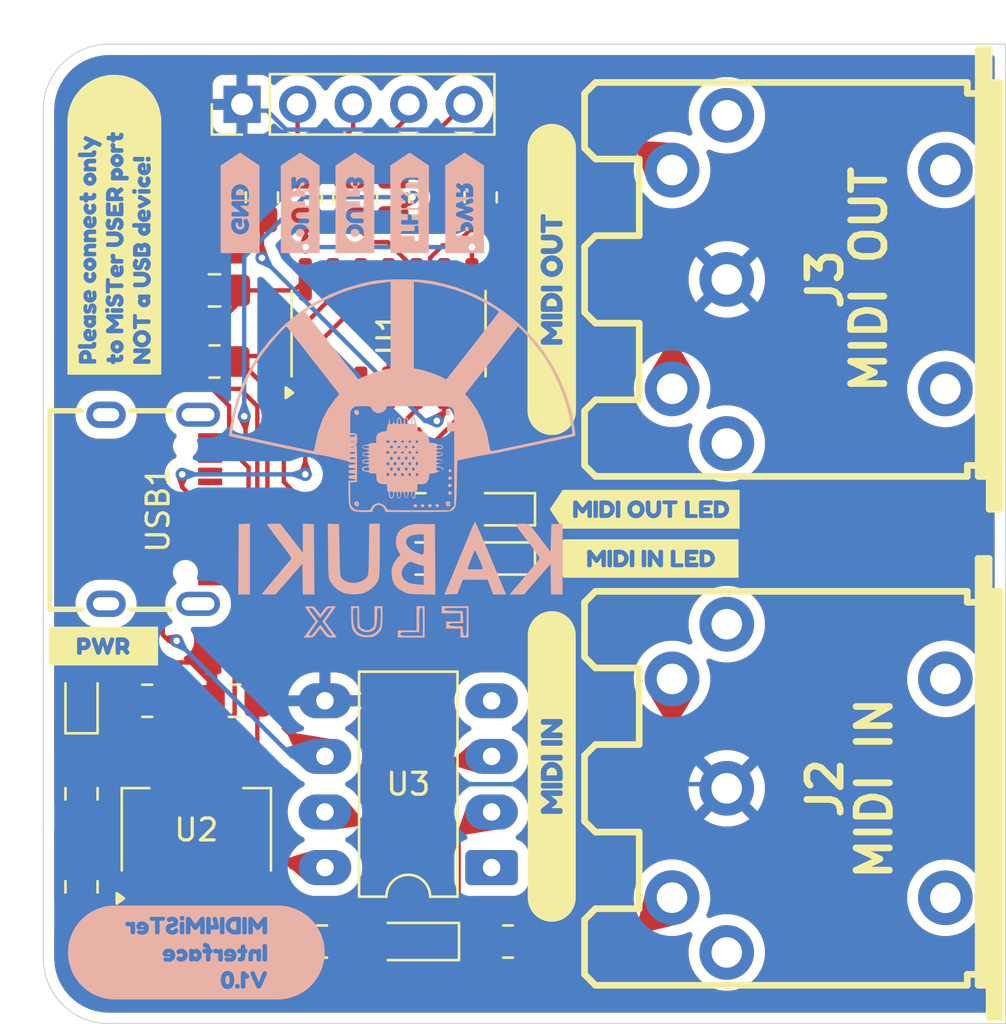
<source format=kicad_pcb>
(kicad_pcb (version 20241229) (generator "pcbnew") (generator_version "9.0")
  (layers (0 "F.Cu" signal) (2 "B.Cu" signal) (13 "F.Paste" user) (15 "B.Paste" user) (5 "F.SilkS" user "F.Silkscreen") (7 "B.SilkS" user "B.Silkscreen") (1 "F.Mask" user) (3 "B.Mask" user) (25 "Edge.Cuts" user))
  (net 0 "")
  (net 1 "/+5V")
  (net 2 "/GND")
  (net 3 "/+3V3")
  (net 4 "Net-(D1-A)")
  (net 5 "Net-(D2-K)")
  (net 6 "/MIDI_IN_1_SINK")
  (net 7 "Net-(D3-A)")
  (net 8 "Net-(D4-A)")
  (net 9 "/MIDI_THRU")
  (net 10 "/MIDI_OUT_2")
  (net 11 "/MIDI_OUT_3")
  (net 12 "/MiSTer_USR_MIDI_IN")
  (net 13 "Net-(U3-VO1)")
  (net 14 "Net-(R4-Pad1)")
  (net 15 "/MIDI_OUT_1")
  (net 16 "Net-(R5-Pad1)")
  (net 17 "Net-(R6-Pad1)")
  (net 18 "Net-(R7-Pad1)")
  (net 19 "Net-(R8-Pad1)")
  (net 20 "Net-(R9-Pad1)")
  (net 21 "/MIDI_IN_1")
  (net 22 "/MiSTer_USR_MIDI_OUT")
  (net 25 "/MIDI_PWR")
  (net 38 "/PWR_OUT_1")
  (footprint "kibuzzard-67F911FC" (layer "F.Cu") (at 166 88 90)
    (property "Reference" "kibuzzard-67F911FC" (hide yes))
    (property "Value" "G***" (hide yes))
  )
  (footprint "Resistor_SMD:R_0805_2012Metric_Pad1.20x1.40mm_HandSolder" (layer "F.Cu") (at 160.75 62 -90)
    (property "Reference" "R11" (hide yes))
    (property "Value" "220")
    (pad "1" smd roundrect (at -1 0 270) (size 1.2 1.4) (layers "F.Cu" "F.Mask" "F.Paste") (roundrect_rratio 0.208333) (net 38 "/PWR_OUT_1"))
    (pad "2" smd roundrect (at 1 0 270) (size 1.2 1.4) (layers "F.Cu" "F.Mask" "F.Paste") (roundrect_rratio 0.208333) (net 1 "/+5V"))
  )
  (footprint "library:MIDI_DIN5" (layer "F.Cu") (at 177.0023 65.7487 90)
    (property "Reference" "J3" (at -0.00126 1.4977 90) (layer "F.SilkS") (effects (font (size 1.524 1.524) (thickness 0.3048))))
    (property "Value" "MIDI OUT" (at -0.0013 3.4977 90) (layer "F.SilkS") (effects (font (size 1.524 1.524) (thickness 0.3048))))
    (pad "" np_thru_hole circle (at -5.00126 6.9977 90) (size 2.49936 2.49936) (drill 1.397) (layers "*.Cu" "*.Mask"))
    (pad "" np_thru_hole circle (at 5.00126 6.9977 90) (size 2.49936 2.49936) (drill 1.397) (layers "*.Cu" "*.Mask"))
    (pad "1" thru_hole circle (at 7.49808 -2.9972 90) (size 2.49936 2.49936) (drill 1.397) (layers "*.Cu" "*.Mask"))
    (pad "2" thru_hole circle (at 0 -2.99974 90) (size 2.49936 2.49936) (drill 1.397) (layers "*.Cu" "*.Mask") (net 2 "/GND"))
    (pad "3" thru_hole circle (at -7.49808 -2.9972 90) (size 2.49936 2.49936) (drill 1.397) (layers "*.Cu" "*.Mask"))
    (pad "4" thru_hole circle (at 4.99618 -5.4991 90) (size 2.49936 2.49936) (drill 1.397) (layers "*.Cu" "*.Mask") (net 38 "/PWR_OUT_1"))
    (pad "5" thru_hole circle (at -4.99618 -5.4991 90) (size 2.49936 2.49936) (drill 1.397) (layers "*.Cu" "*.Mask") (net 15 "/MIDI_OUT_1"))
  )
  (footprint "Package_DIP:DIP-8_W7.62mm_LongPads" (layer "F.Cu") (at 163.25 92.62 180)
    (property "Reference" "U3" (at 3.81 3.81 0) (layer "F.SilkS"))
    (property "Value" "6N138")
    (pad "1" thru_hole roundrect (at 0 0 180) (size 2.4 1.6) (drill 0.8) (layers "*.Cu" "*.Mask") (roundrect_rratio 0.15625))
    (pad "2" thru_hole oval (at 0 2.54 180) (size 2.4 1.6) (drill 0.8) (layers "*.Cu" "*.Mask") (net 5 "Net-(D2-K)"))
    (pad "3" thru_hole oval (at 0 5.08 180) (size 2.4 1.6) (drill 0.8) (layers "*.Cu" "*.Mask") (net 6 "/MIDI_IN_1_SINK"))
    (pad "4" thru_hole oval (at 0 7.62 180) (size 2.4 1.6) (drill 0.8) (layers "*.Cu" "*.Mask"))
    (pad "5" thru_hole oval (at 7.62 7.62 180) (size 2.4 1.6) (drill 0.8) (layers "*.Cu" "*.Mask") (net 2 "/GND"))
    (pad "6" thru_hole oval (at 7.62 5.08 180) (size 2.4 1.6) (drill 0.8) (layers "*.Cu" "*.Mask") (net 12 "/MiSTer_USR_MIDI_IN"))
    (pad "7" thru_hole oval (at 7.62 2.54 180) (size 2.4 1.6) (drill 0.8) (layers "*.Cu" "*.Mask") (net 13 "Net-(U3-VO1)"))
    (pad "8" thru_hole oval (at 7.62 0 180) (size 2.4 1.6) (drill 0.8) (layers "*.Cu" "*.Mask") (net 3 "/+3V3"))
  )
  (footprint "Resistor_SMD:R_0805_2012Metric_Pad1.20x1.40mm_HandSolder" (layer "F.Cu") (at 147.5 85 180)
    (property "Reference" "R1" (hide yes))
    (property "Value" "220")
    (pad "1" smd roundrect (at -1 0 180) (size 1.2 1.4) (layers "F.Cu" "F.Mask" "F.Paste") (roundrect_rratio 0.208333) (net 3 "/+3V3"))
    (pad "2" smd roundrect (at 1 0 180) (size 1.2 1.4) (layers "F.Cu" "F.Mask" "F.Paste") (roundrect_rratio 0.208333) (net 4 "Net-(D1-A)"))
  )
  (footprint "Resistor_SMD:R_0805_2012Metric_Pad1.20x1.40mm_HandSolder" (layer "F.Cu") (at 162.75 62 90)
    (property "Reference" "R5" (hide yes))
    (property "Value" "220")
    (pad "1" smd roundrect (at -1 0 90) (size 1.2 1.4) (layers "F.Cu" "F.Mask" "F.Paste") (roundrect_rratio 0.208333) (net 16 "Net-(R5-Pad1)"))
    (pad "2" smd roundrect (at 1 0 90) (size 1.2 1.4) (layers "F.Cu" "F.Mask" "F.Paste") (roundrect_rratio 0.208333) (net 15 "/MIDI_OUT_1"))
  )
  (footprint "Capacitor_SMD:C_0805_2012Metric_Pad1.18x1.45mm_HandSolder" (layer "F.Cu") (at 144.5 89.25 -90)
    (property "Reference" "C1" (hide yes))
    (property "Value" "0.1uF")
    (pad "1" smd roundrect (at -1.0375 0 270) (size 1.175 1.45) (layers "F.Cu" "F.Mask" "F.Paste") (roundrect_rratio 0.212766) (net 1 "/+5V"))
    (pad "2" smd roundrect (at 1.0375 0 270) (size 1.175 1.45) (layers "F.Cu" "F.Mask" "F.Paste") (roundrect_rratio 0.212766) (net 2 "/GND"))
  )
  (footprint "kibuzzard-67F91168" (layer "F.Cu") (at 145.5 82.5)
    (property "Reference" "kibuzzard-67F91168" (hide yes))
    (property "Value" "G***" (hide yes))
  )
  (footprint "Resistor_SMD:R_0805_2012Metric_Pad1.20x1.40mm_HandSolder" (layer "F.Cu") (at 160 76.25)
    (property "Reference" "R4" (hide yes))
    (property "Value" "220")
    (pad "1" smd roundrect (at -1 0) (size 1.2 1.4) (layers "F.Cu" "F.Mask" "F.Paste") (roundrect_rratio 0.208333) (net 14 "Net-(R4-Pad1)"))
    (pad "2" smd roundrect (at 1 0) (size 1.2 1.4) (layers "F.Cu" "F.Mask" "F.Paste") (roundrect_rratio 0.208333) (net 7 "Net-(D3-A)"))
  )
  (footprint "Resistor_SMD:R_0805_2012Metric_Pad1.20x1.40mm_HandSolder" (layer "F.Cu") (at 164 96 180)
    (property "Reference" "R10" (hide yes))
    (property "Value" "100")
    (pad "1" smd roundrect (at -1 0 180) (size 1.2 1.4) (layers "F.Cu" "F.Mask" "F.Paste") (roundrect_rratio 0.208333) (net 21 "/MIDI_IN_1"))
    (pad "2" smd roundrect (at 1 0 180) (size 1.2 1.4) (layers "F.Cu" "F.Mask" "F.Paste") (roundrect_rratio 0.208333) (net 5 "Net-(D2-K)"))
  )
  (footprint "Resistor_SMD:R_0805_2012Metric_Pad1.20x1.40mm_HandSolder" (layer "F.Cu") (at 154.75 62 90)
    (property "Reference" "R7" (hide yes))
    (property "Value" "220")
    (pad "1" smd roundrect (at -1 0 90) (size 1.2 1.4) (layers "F.Cu" "F.Mask" "F.Paste") (roundrect_rratio 0.208333) (net 18 "Net-(R7-Pad1)"))
    (pad "2" smd roundrect (at 1 0 90) (size 1.2 1.4) (layers "F.Cu" "F.Mask" "F.Paste") (roundrect_rratio 0.208333) (net 11 "/MIDI_OUT_3"))
  )
  (footprint "kibuzzard-67F91733" (layer "F.Cu") (at 146 63.25 90)
    (property "Reference" "kibuzzard-67F91733" (hide yes))
    (property "Value" "G***" (hide yes))
  )
  (footprint "C2765186:USB-C-SMD_TYPE-C-6PIN-2MD-073" (layer "F.Cu") (at 148 76.25 -90)
    (property "Reference" "USB1" (at 0 0 90) (layer "F.SilkS"))
    (property "Value" "TYPE-C 16PIN 2MD(073)")
    (pad "" np_thru_hole circle (at -2.89 -1.25 270) (size 0.7 0.7) (drill 0.7) (layers "*.Cu" "*.Mask"))
    (pad "" np_thru_hole circle (at 2.89 -1.25 270) (size 0.7 0.7) (drill 0.7) (layers "*.Cu" "*.Mask"))
    (pad "1" smd rect (at -3.2 -2.38 270) (size 0.55 1.1) (layers "F.Cu" "F.Mask" "F.Paste") (net 2 "/GND"))
    (pad "2" smd rect (at -2.4 -2.38 270) (size 0.55 1.1) (layers "F.Cu" "F.Mask" "F.Paste") (net 1 "/+5V"))
    (pad "3" smd rect (at -1.75 -2.38 270) (size 0.3 1.1) (layers "F.Cu" "F.Mask" "F.Paste"))
    (pad "4" smd rect (at -1.25 -2.38 270) (size 0.3 1.1) (layers "F.Cu" "F.Mask" "F.Paste"))
    (pad "5" smd rect (at -0.75 -2.38 270) (size 0.3 1.1) (layers "F.Cu" "F.Mask" "F.Paste") (net 22 "/MiSTer_USR_MIDI_OUT"))
    (pad "6" smd rect (at -0.25 -2.38 270) (size 0.3 1.1) (layers "F.Cu" "F.Mask" "F.Paste") (net 12 "/MiSTer_USR_MIDI_IN"))
    (pad "7" smd rect (at 0.25 -2.38 270) (size 0.3 1.1) (layers "F.Cu" "F.Mask" "F.Paste") (net 22 "/MiSTer_USR_MIDI_OUT"))
    (pad "8" smd rect (at 0.75 -2.38 270) (size 0.3 1.1) (layers "F.Cu" "F.Mask" "F.Paste") (net 12 "/MiSTer_USR_MIDI_IN"))
    (pad "9" smd rect (at 1.25 -2.38 270) (size 0.3 1.1) (layers "F.Cu" "F.Mask" "F.Paste"))
    (pad "10" smd rect (at 1.75 -2.38 270) (size 0.3 1.1) (layers "F.Cu" "F.Mask" "F.Paste"))
    (pad "11" smd rect (at 2.4 -2.38 270) (size 0.55 1.1) (layers "F.Cu" "F.Mask" "F.Paste") (net 1 "/+5V"))
    (pad "12" smd rect (at 3.2 -2.38 270) (size 0.55 1.1) (layers "F.Cu" "F.Mask" "F.Paste") (net 2 "/GND"))
    (pad "13" thru_hole oval (at -4.32 -1.83 270) (size 1.1 2) (drill oval 0.599999 1.499997) (layers "*.Cu" "*.Mask"))
    (pad "13" thru_hole oval (at -4.32 2.38 270) (size 1.2 1.8) (drill oval 0.599999 1.199998) (layers "*.Cu" "*.Mask"))
    (pad "14" thru_hole oval (at 4.32 -1.83 270) (size 1.1 2) (drill oval 0.599999 1.500022) (layers "*.Cu" "*.Mask"))
    (pad "14" thru_hole oval (at 4.32 2.38 270) (size 1.2 1.8) (drill oval 0.599999 1.199998) (layers "*.Cu" "*.Mask"))
  )
  (footprint "Resistor_SMD:R_0805_2012Metric_Pad1.20x1.40mm_HandSolder" (layer "F.Cu") (at 156.75 62 90)
    (property "Reference" "R8" (hide yes))
    (property "Value" "220")
    (pad "1" smd roundrect (at -1 0 90) (size 1.2 1.4) (layers "F.Cu" "F.Mask" "F.Paste") (roundrect_rratio 0.208333) (net 19 "Net-(R8-Pad1)"))
    (pad "2" smd roundrect (at 1 0 90) (size 1.2 1.4) (layers "F.Cu" "F.Mask" "F.Paste") (roundrect_rratio 0.208333) (net 9 "/MIDI_THRU"))
  )
  (footprint "kibuzzard-67F91142" (layer "F.Cu") (at 170.25 78.5)
    (property "Reference" "kibuzzard-67F91142" (hide yes))
    (property "Value" "G***" (hide yes))
  )
  (footprint "Package_SO:SOIC-14_3.9x8.7mm_P1.27mm" (layer "F.Cu") (at 158.54 68.225 90)
    (property "Reference" "U1" (at 0 0 90) (layer "F.SilkS"))
    (property "Value" "74HC14")
    (pad "1" smd roundrect (at -2.475 -3.81 90) (size 1.95 0.6) (layers "F.Cu" "F.Mask" "F.Paste") (net 22 "/MiSTer_USR_MIDI_OUT"))
    (pad "2" smd roundrect (at -2.475 -2.54 90) (size 1.95 0.6) (layers "F.Cu" "F.Mask" "F.Paste") (net 14 "Net-(R4-Pad1)"))
    (pad "3" smd roundrect (at -2.475 -1.27 90) (size 1.95 0.6) (layers "F.Cu" "F.Mask" "F.Paste") (net 14 "Net-(R4-Pad1)"))
    (pad "4" smd roundrect (at -2.475 0 90) (size 1.95 0.6) (layers "F.Cu" "F.Mask" "F.Paste") (net 16 "Net-(R5-Pad1)"))
    (pad "5" smd roundrect (at -2.475 1.27 90) (size 1.95 0.6) (layers "F.Cu" "F.Mask" "F.Paste") (net 14 "Net-(R4-Pad1)"))
    (pad "6" smd roundrect (at -2.475 2.54 90) (size 1.95 0.6) (layers "F.Cu" "F.Mask" "F.Paste") (net 17 "Net-(R6-Pad1)"))
    (pad "7" smd roundrect (at -2.475 3.81 90) (size 1.95 0.6) (layers "F.Cu" "F.Mask" "F.Paste") (net 2 "/GND"))
    (pad "8" smd roundrect (at 2.475 3.81 90) (size 1.95 0.6) (layers "F.Cu" "F.Mask" "F.Paste") (net 18 "Net-(R7-Pad1)"))
    (pad "9" smd roundrect (at 2.475 2.54 90) (size 1.95 0.6) (layers "F.Cu" "F.Mask" "F.Paste") (net 14 "Net-(R4-Pad1)"))
    (pad "10" smd roundrect (at 2.475 1.27 90) (size 1.95 0.6) (layers "F.Cu" "F.Mask" "F.Paste") (net 19 "Net-(R8-Pad1)"))
    (pad "11" smd roundrect (at 2.475 0 90) (size 1.95 0.6) (layers "F.Cu" "F.Mask" "F.Paste") (net 20 "Net-(R9-Pad1)"))
    (pad "12" smd roundrect (at 2.475 -1.27 90) (size 1.95 0.6) (layers "F.Cu" "F.Mask" "F.Paste") (net 20 "Net-(R9-Pad1)"))
    (pad "13" smd roundrect (at 2.475 -2.54 90) (size 1.95 0.6) (layers "F.Cu" "F.Mask" "F.Paste") (net 12 "/MiSTer_USR_MIDI_IN"))
    (pad "14" smd roundrect (at 2.475 -3.81 90) (size 1.95 0.6) (layers "F.Cu" "F.Mask" "F.Paste") (net 3 "/+3V3"))
  )
  (footprint "Diode_SMD:D_SOD-323_HandSoldering" (layer "F.Cu") (at 159.75 96 180)
    (property "Reference" "D2" (hide yes))
    (property "Value" "1N4148")
    (pad "1" smd roundrect (at -1.25 0 180) (size 1 1) (layers "F.Cu" "F.Mask" "F.Paste") (net 5 "Net-(D2-K)"))
    (pad "2" smd roundrect (at 1.25 0 180) (size 1 1) (layers "F.Cu" "F.Mask" "F.Paste") (net 6 "/MIDI_IN_1_SINK"))
  )
  (footprint "Capacitor_SMD:C_0805_2012Metric_Pad1.18x1.45mm_HandSolder" (layer "F.Cu") (at 150.58 66.25 180)
    (property "Reference" "C4" (hide yes))
    (property "Value" "0.1uF")
    (pad "1" smd roundrect (at -1.0375 0 180) (size 1.175 1.45) (layers "F.Cu" "F.Mask" "F.Paste") (roundrect_rratio 0.212766) (net 3 "/+3V3"))
    (pad "2" smd roundrect (at 1.0375 0 180) (size 1.175 1.45) (layers "F.Cu" "F.Mask" "F.Paste") (roundrect_rratio 0.212766) (net 2 "/GND"))
  )
  (footprint "library:MIDI_DIN5" (layer "F.Cu") (at 176.9997 89 90)
    (property "Reference" "J2" (at 0 1.50026 90) (layer "F.SilkS") (effects (font (size 1.524 1.524) (thickness 0.3048))))
    (property "Value" "MIDI IN" (at 0 3.7503 90) (layer "F.SilkS") (effects (font (size 1.524 1.524) (thickness 0.3048))))
    (pad "" np_thru_hole circle (at -5.00126 6.9977 90) (size 2.49936 2.49936) (drill 1.397) (layers "*.Cu" "*.Mask"))
    (pad "" np_thru_hole circle (at 5.00126 6.9977 90) (size 2.49936 2.49936) (drill 1.397) (layers "*.Cu" "*.Mask"))
    (pad "1" thru_hole circle (at 7.49808 -2.9972 90) (size 2.49936 2.49936) (drill 1.397) (layers "*.Cu" "*.Mask"))
    (pad "2" thru_hole circle (at 0 -2.99974 90) (size 2.49936 2.49936) (drill 1.397) (layers "*.Cu" "*.Mask") (net 2 "/GND"))
    (pad "3" thru_hole circle (at -7.49808 -2.9972 90) (size 2.49936 2.49936) (drill 1.397) (layers "*.Cu" "*.Mask"))
    (pad "4" thru_hole circle (at 4.99618 -5.4991 90) (size 2.49936 2.49936) (drill 1.397) (layers "*.Cu" "*.Mask") (net 21 "/MIDI_IN_1"))
    (pad "5" thru_hole circle (at -4.99618 -5.4991 90) (size 2.49936 2.49936) (drill 1.397) (layers "*.Cu" "*.Mask") (net 6 "/MIDI_IN_1_SINK"))
  )
  (footprint "kibuzzard-67F9113A" (layer "F.Cu") (at 170.25 76.25)
    (property "Reference" "kibuzzard-67F9113A" (hide yes))
    (property "Value" "G***" (hide yes))
  )
  (footprint "Resistor_SMD:R_0805_2012Metric_Pad1.20x1.40mm_HandSolder" (layer "F.Cu") (at 158.75 62 -90)
    (property "Reference" "R12" (hide yes))
    (property "Value" "220")
    (pad "1" smd roundrect (at -1 0 270) (size 1.2 1.4) (layers "F.Cu" "F.Mask" "F.Paste") (roundrect_rratio 0.208333) (net 25 "/MIDI_PWR"))
    (pad "2" smd roundrect (at 1 0 270) (size 1.2 1.4) (layers "F.Cu" "F.Mask" "F.Paste") (roundrect_rratio 0.208333) (net 1 "/+5V"))
  )
  (footprint "Resistor_SMD:R_0805_2012Metric_Pad1.20x1.40mm_HandSolder" (layer "F.Cu") (at 152.75 62 90)
    (property "Reference" "R6" (hide yes))
    (property "Value" "220")
    (pad "1" smd roundrect (at -1 0 90) (size 1.2 1.4) (layers "F.Cu" "F.Mask" "F.Paste") (roundrect_rratio 0.208333) (net 17 "Net-(R6-Pad1)"))
    (pad "2" smd roundrect (at 1 0 90) (size 1.2 1.4) (layers "F.Cu" "F.Mask" "F.Paste") (roundrect_rratio 0.208333) (net 10 "/MIDI_OUT_2"))
  )
  (footprint "LED_SMD:LED_0603_1608Metric" (layer "F.Cu") (at 163.75 76.25 180)
    (property "Reference" "D3" (hide yes))
    (property "Value" "MIDI_OUT_LED")
    (pad "1" smd roundrect (at -0.7875 0 180) (size 0.875 0.95) (layers "F.Cu" "F.Mask" "F.Paste") (net 2 "/GND"))
    (pad "2" smd roundrect (at 0.7875 0 180) (size 0.875 0.95) (layers "F.Cu" "F.Mask" "F.Paste") (net 7 "Net-(D3-A)"))
  )
  (footprint "Resistor_SMD:R_0805_2012Metric_Pad1.20x1.40mm_HandSolder" (layer "F.Cu") (at 150.58 69.5 180)
    (property "Reference" "R2" (hide yes))
    (property "Value" "10k")
    (pad "1" smd roundrect (at -1 0 180) (size 1.2 1.4) (layers "F.Cu" "F.Mask" "F.Paste") (roundrect_rratio 0.208333) (net 12 "/MiSTer_USR_MIDI_IN"))
    (pad "2" smd roundrect (at 1 0 180) (size 1.2 1.4) (layers "F.Cu" "F.Mask" "F.Paste") (roundrect_rratio 0.208333) (net 3 "/+3V3"))
  )
  (footprint "LED_SMD:LED_0603_1608Metric" (layer "F.Cu") (at 144.5 85 90)
    (property "Reference" "D1" (hide yes))
    (property "Value" "POWER_LED")
    (pad "1" smd roundrect (at -0.7875 0 90) (size 0.875 0.95) (layers "F.Cu" "F.Mask" "F.Paste") (net 2 "/GND"))
    (pad "2" smd roundrect (at 0.7875 0 90) (size 0.875 0.95) (layers "F.Cu" "F.Mask" "F.Paste") (net 4 "Net-(D1-A)"))
  )
  (footprint "Connector_PinHeader_2.54mm:PinHeader_1x05_P2.54mm_Vertical" (layer "F.Cu") (at 151.84 57.75 90)
    (property "Reference" "J4" (hide yes))
    (property "Value" "MIDI_EXTRAS")
    (pad "1" thru_hole rect (at 0 0 90) (size 1.7 1.7) (drill 1) (layers "*.Cu" "*.Mask") (net 2 "/GND"))
    (pad "2" thru_hole circle (at 0 2.54 90) (size 1.7 1.7) (drill 1) (layers "*.Cu" "*.Mask") (net 10 "/MIDI_OUT_2"))
    (pad "3" thru_hole circle (at 0 5.08 90) (size 1.7 1.7) (drill 1) (layers "*.Cu" "*.Mask") (net 11 "/MIDI_OUT_3"))
    (pad "4" thru_hole circle (at 0 7.62 90) (size 1.7 1.7) (drill 1) (layers "*.Cu" "*.Mask") (net 9 "/MIDI_THRU"))
    (pad "5" thru_hole circle (at 0 10.16 90) (size 1.7 1.7) (drill 1) (layers "*.Cu" "*.Mask") (net 25 "/MIDI_PWR"))
  )
  (footprint "Resistor_SMD:R_0805_2012Metric_Pad1.20x1.40mm_HandSolder" (layer "F.Cu") (at 160 78.5)
    (property "Reference" "R9" (hide yes))
    (property "Value" "220")
    (pad "1" smd roundrect (at -1 0) (size 1.2 1.4) (layers "F.Cu" "F.Mask" "F.Paste") (roundrect_rratio 0.208333) (net 20 "Net-(R9-Pad1)"))
    (pad "2" smd roundrect (at 1 0) (size 1.2 1.4) (layers "F.Cu" "F.Mask" "F.Paste") (roundrect_rratio 0.208333) (net 8 "Net-(D4-A)"))
  )
  (footprint "kibuzzard-67F911EE" (layer "F.Cu") (at 166 65.75 90)
    (property "Reference" "kibuzzard-67F911EE" (hide yes))
    (property "Value" "G***" (hide yes))
  )
  (footprint "Capacitor_SMD:C_0805_2012Metric_Pad1.18x1.45mm_HandSolder" (layer "F.Cu") (at 144.5 93.5 -90)
    (property "Reference" "C2" (hide yes))
    (property "Value" "1uF")
    (pad "1" smd roundrect (at -1.0375 0 270) (size 1.175 1.45) (layers "F.Cu" "F.Mask" "F.Paste") (roundrect_rratio 0.212766) (net 1 "/+5V"))
    (pad "2" smd roundrect (at 1.0375 0 270) (size 1.175 1.45) (layers "F.Cu" "F.Mask" "F.Paste") (roundrect_rratio 0.212766) (net 2 "/GND"))
  )
  (footprint "Capacitor_SMD:C_0805_2012Metric_Pad1.18x1.45mm_HandSolder" (layer "F.Cu") (at 151.5 85 180)
    (property "Reference" "C3" (hide yes))
    (property "Value" "1uF")
    (pad "1" smd roundrect (at -1.0375 0 180) (size 1.175 1.45) (layers "F.Cu" "F.Mask" "F.Paste") (roundrect_rratio 0.212766) (net 3 "/+3V3"))
    (pad "2" smd roundrect (at 1.0375 0 180) (size 1.175 1.45) (layers "F.Cu" "F.Mask" "F.Paste") (roundrect_rratio 0.212766) (net 2 "/GND"))
  )
  (footprint "LED_SMD:LED_0603_1608Metric" (layer "F.Cu") (at 163.75 78.5 180)
    (property "Reference" "D4" (hide yes))
    (property "Value" "MIDI_IN_LED")
    (pad "1" smd roundrect (at -0.7875 0 180) (size 0.875 0.95) (layers "F.Cu" "F.Mask" "F.Paste") (net 2 "/GND"))
    (pad "2" smd roundrect (at 0.7875 0 180) (size 0.875 0.95) (layers "F.Cu" "F.Mask" "F.Paste") (net 8 "Net-(D4-A)"))
  )
  (footprint "Package_TO_SOT_SMD:SOT-223-3_TabPin2" (layer "F.Cu") (at 149.75 90.9 90)
    (property "Reference" "U2" (at 0 0 180) (layer "F.SilkS"))
    (property "Value" "AMS1117")
    (pad "1" smd roundrect (at -3.15 -2.3 90) (size 2 1.5) (layers "F.Cu" "F.Mask" "F.Paste") (net 2 "/GND"))
    (pad "2" smd roundrect (at -3.15 0 90) (size 2 1.5) (layers "F.Cu" "F.Mask" "F.Paste") (net 3 "/+3V3"))
    (pad "2" smd roundrect (at 3.15 0 90) (size 2 3.8) (layers "F.Cu" "F.Mask" "F.Paste") (net 3 "/+3V3"))
    (pad "3" smd roundrect (at -3.15 2.3 90) (size 2 1.5) (layers "F.Cu" "F.Mask" "F.Paste") (net 1 "/+5V"))
  )
  (footprint "Resistor_SMD:R_0805_2012Metric_Pad1.20x1.40mm_HandSolder" (layer "F.Cu") (at 155.5 96 180)
    (property "Reference" "R3" (hide yes))
    (property "Value" "2k2")
    (pad "1" smd roundrect (at -1 0 180) (size 1.2 1.4) (layers "F.Cu" "F.Mask" "F.Paste") (roundrect_rratio 0.208333) (net 13 "Net-(U3-VO1)"))
    (pad "2" smd roundrect (at 1 0 180) (size 1.2 1.4) (layers "F.Cu" "F.Mask" "F.Paste") (roundrect_rratio 0.208333) (net 2 "/GND"))
  )
  (footprint "kibuzzard-67F91050" (layer "B.Cu") (at 162.015 62.25 90)
    (property "Reference" "kibuzzard-67F91050" (hide yes))
    (property "Value" "G***" (hide yes))
  )
  (footprint "kibuzzard-67F91062" (layer "B.Cu") (at 157 62.25 90)
    (property "Reference" "kibuzzard-67F91062" (hide yes))
    (property "Value" "G***" (hide yes))
  )
  (footprint "kibuzzard-67F91059" (layer "B.Cu") (at 159.5 62.25 90)
    (property "Reference" "kibuzzard-67F91059" (hide yes))
    (property "Value" "G***" (hide yes))
  )
  (footprint "library:LogoKabuki_18mm" (layer "B.Cu") (at 159 74 180)
    (property "Reference" "G01" (hide yes))
    (property "Value" "LOGO" (hide yes))
  )
  (footprint "kibuzzard-67F91074" (layer "B.Cu") (at 151.75 62.25 90)
    (property "Reference" "kibuzzard-67F91074" (hide yes))
    (property "Value" "G***" (hide yes))
  )
  (footprint "kibuzzard-67F9106B" (layer "B.Cu") (at 154.5 62.25 90)
    (property "Reference" "kibuzzard-67F9106B" (hide yes))
    (property "Value" "G***" (hide yes))
  )
  (footprint "kibuzzard-67F912C1" (layer "B.Cu") (at 149.75 96.5 180)
    (property "Reference" "kibuzzard-67F912C1" (hide yes))
    (property "Value" "G***" (hide yes))
  )
  (gr_line (start 186.75 55) (end 145.75 55) (stroke (width 0.05)) (layer "Edge.Cuts"))
  (gr_line (start 142.75 58) (end 142.75 96.75) (stroke (width 0.05)) (layer "Edge.Cuts"))
  (gr_line (start 186.75 99.75) (end 186.75 55) (stroke (width 0.05)) (layer "Edge.Cuts"))
  (gr_line (start 145.75 99.75) (end 186.75 99.75) (stroke (width 0.05)) (layer "Edge.Cuts"))
  (gr_arc (start 142.75 58) (mid 143.62868 55.87868) (end 145.75 55) (stroke (width 0.05)) (layer "Edge.Cuts"))
  (gr_arc (start 145.75 99.75) (mid 143.62868 98.87132) (end 142.75 96.75) (stroke (width 0.05)) (layer "Edge.Cuts"))
  (segment (start 145.75 88.5922) (end 146 88.3422) (width 0.2) (layer "F.Cu") (net 1))
  (segment (start 149.9314 86.0817) (end 151.0265 86.0817) (width 0.2) (layer "F.Cu") (net 1))
  (segment (start 145.5922 88.5922) (end 145.2125 88.2125) (width 0.2) (layer "F.Cu") (net 1))
  (segment (start 152 79.1831) (end 151.4669 78.65) (width 0.2) (layer "F.Cu") (net 1))
  (segment (start 151.5 85.6082) (end 151.5 82.5) (width 0.2) (layer "F.Cu") (net 1))
  (segment (start 148.6 94.9099) (end 148.6 93.2369) (width 0.2) (layer "F.Cu") (net 1))
  (segment (start 145.2125 88.2125) (end 144.5 88.2125) (width 0.2) (layer "F.Cu") (net 1))
  (segment (start 146 89) (end 145.5922 88.5922) (width 0.2) (layer "F.Cu") (net 1))
  (segment (start 147.4611 85.7288) (end 147.4611 84.2408) (width 0.2) (layer "F.Cu") (net 1))
  (segment (start 151.65845 78.65) (end 152.1365 78.17195) (width 0.2) (layer "F.Cu") (net 1))
  (segment (start 147.8256 92.4625) (end 145.5922 92.4625) (width 0.2) (layer "F.Cu") (net 1))
  (segment (start 158.75 63) (end 160.75 63) (width 0.2) (layer "F.Cu") (net 1))
  (segment (start 150.38 73.85) (end 151.65 73.85) (width 0.2) (layer "F.Cu") (net 1))
  (segment (start 152 72.0625) (end 152 73.5) (width 0.2) (layer "F.Cu") (net 1))
  (segment (start 152.1365 78.17195) (end 152.1365 74.3365) (width 0.2) (layer "F.Cu") (net 1))
  (segment (start 146 87.1899) (end 147.4611 85.7288) (width 0.2) (layer "F.Cu") (net 1))
  (segment (start 145.5922 92.4625) (end 146 92.0547) (width 0.2) (layer "F.Cu") (net 1))
  (segment (start 150.38 78.65) (end 151.4669 78.65) (width 0.2) (layer "F.Cu") (net 1))
  (segment (start 147.4611 84.2408) (end 147.9519 83.75) (width 0.2) (layer "F.Cu") (net 1))
  (segment (start 151.5 82.5) (end 152 82) (width 0.2) (layer "F.Cu") (net 1))
  (segment (start 152.1365 74.3365) (end 151.65 73.85) (width 0.2) (layer "F.Cu") (net 1))
  (segment (start 149.04075 83.75) (end 149.4875 84.19675) (width 0.2) (layer "F.Cu") (net 1))
  (segment (start 146 92.0547) (end 146 89) (width 0.2) (layer "F.Cu") (net 1))
  (segment (start 150.686 95.414) (end 149.1041 95.414) (width 0.2) (layer "F.Cu") (net 1))
  (segment (start 147.9519 83.75) (end 149.04075 83.75) (width 0.2) (layer "F.Cu") (net 1))
  (segment (start 152 82) (end 152 79.1831) (width 0.2) (layer "F.Cu") (net 1))
  (segment (start 158.75 62.8748) (end 159.6331 61.9917) (width 0.2) (layer "F.Cu") (net 1))
  (segment (start 152.05 94.05) (end 150.686 95.414) (width 0.2) (layer "F.Cu") (net 1))
  (segment (start 145.5922 88.5922) (end 145.75 88.5922) (width 0.2) (layer "F.Cu") (net 1))
  (segment (start 149.1041 95.414) (end 148.6 94.9099) (width 0.2) (layer "F.Cu") (net 1))
  (segment (start 146 88.3422) (end 146 87.1899) (width 0.2) (layer "F.Cu") (net 1))
  (segment (start 149.4875 85.6378) (end 149.9314 86.0817) (width 0.2) (layer "F.Cu") (net 1))
  (segment (start 149.4875 84.19675) (end 149.4875 85.6378) (width 0.2) (layer "F.Cu") (net 1))
  (segment (start 151.9375 72) (end 152 72.0625) (width 0.2) (layer "F.Cu") (net 1))
  (segment (start 145.5922 92.4625) (end 144.5 92.4625) (width 0.2) (layer "F.Cu") (net 1))
  (segment (start 148.6 93.2369) (end 147.8256 92.4625) (width 0.2) (layer "F.Cu") (net 1))
  (segment (start 151.0265 86.0817) (end 151.5 85.6082) (width 0.2) (layer "F.Cu") (net 1))
  (segment (start 152 73.5) (end 151.65 73.85) (width 0.2) (layer "F.Cu") (net 1))
  (segment (start 151.4669 78.65) (end 151.65845 78.65) (width 0.2) (layer "F.Cu") (net 1))
  (segment (start 158.75 63) (end 158.75 62.8748) (width 0.2) (layer "F.Cu") (net 1))
  (via (at 151.9375 72) (size 0.6) (drill 0.3) (layers "F.Cu" "B.Cu") (net 1))
  (via (at 159.6331 61.9917) (size 0.6) (drill 0.3) (layers "F.Cu" "B.Cu") (net 1))
  (segment (start 154.6648 61.9917) (end 159.6331 61.9917) (width 0.2) (layer "B.Cu") (net 1))
  (segment (start 151.9375 64.719) (end 154.6648 61.9917) (width 0.2) (layer "B.Cu") (net 1))
  (segment (start 151.9375 72) (end 151.9375 64.719) (width 0.2) (layer "B.Cu") (net 1))
  (segment (start 147.45 94.3761) (end 147.45 94.05) (width 0.2) (layer "F.Cu") (net 2))
  (segment (start 149.5 83.25) (end 149.3223 83.25) (width 0.2) (layer "F.Cu") (net 2))
  (segment (start 150.4625 85) (end 150.4625 84.2125) (width 0.2) (layer "F.Cu") (net 2))
  (segment (start 143.5 85.6102) (end 143.6773 85.7875) (width 0.2) (layer "F.Cu") (net 2))
  (segment (start 154.5 96) (end 149.0739 96) (width 0.2) (layer "F.Cu") (net 2))
  (segment (start 144.5 94.5375) (end 143.7875 94.5375) (width 0.2) (layer "F.Cu") (net 2))
  (segment (start 162.35 70.7) (end 164.5375 72.8875) (width 0.2) (layer "F.Cu") (net 2))
  (segment (start 150.5134 70.7905) (end 151.25 71.5271) (width 0.2) (layer "F.Cu") (net 2))
  (segment (start 148.6296 70.7905) (end 148.5 70.6609) (width 0.2) (layer "F.Cu") (net 2))
  (segment (start 157.1317 85) (end 160 82.1317) (width 0.2) (layer "F.Cu") (net 2))
  (segment (start 151.25 71.5271) (end 151.25 73.05) (width 0.2) (layer "F.Cu") (net 2))
  (segment (start 143.9625 90.2875) (end 144.5 90.2875) (width 0.2) (layer "F.Cu") (net 2))
  (segment (start 149.5425 61.1992) (end 149.5425 66.25) (width 0.2) (layer "F.Cu") (net 2))
  (segment (start 143.9923 83.25) (end 143.5 83.7423) (width 0.2) (layer "F.Cu") (net 2))
  (segment (start 143.6773 85.7875) (end 143.351 86.1138) (width 0.2) (layer "F.Cu") (net 2))
  (segment (start 160 73.8076) (end 162.35 71.4576) (width 0.2) (layer "F.Cu") (net 2))
  (segment (start 164.5375 72.8875) (end 164.5375 76.25) (width 0.2) (layer "F.Cu") (net 2))
  (segment (start 148.5 70.6609) (end 148.5 67.2925) (width 0.2) (layer "F.Cu") (net 2))
  (segment (start 144.0375 90.2875) (end 144.5 90.2875) (width 0.2) (layer "F.Cu") (net 2))
  (segment (start 143.351 90.899) (end 143.9625 90.2875) (width 0.2) (layer "F.Cu") (net 2))
  (segment (start 155.63 85) (end 157.1317 85) (width 0.2) (layer "F.Cu") (net 2))
  (segment (start 147.813 83.25) (end 143.9923 83.25) (width 0.2) (layer "F.Cu") (net 2))
  (segment (start 162.35 71.4576) (end 162.35 70.7) (width 0.2) (layer "F.Cu") (net 2))
  (segment (start 143.351 89.601) (end 144.0375 90.2875) (width 0.2) (layer "F.Cu") (net 2))
  (segment (start 144.9875 94.05) (end 144.5 94.5375) (width 0.2) (layer "F.Cu") (net 2))
  (segment (start 151.599 79.45) (end 151.599 81.651) (width 0.2) (layer "F.Cu") (net 2))
  (segment (start 143.7875 94.5375) (end 143.351 94.101) (width 0.2) (layer "F.Cu") (net 2))
  (segment (start 174.0026 65.7487) (end 176.75 68.4961) (width 0.2) (layer "F.Cu") (net 2))
  (segment (start 144.5 85.7875) (end 143.6773 85.7875) (width 0.2) (layer "F.Cu") (net 2))
  (segment (start 147.45 94.05) (end 144.9875 94.05) (width 0.2) (layer "F.Cu") (net 2))
  (segment (start 148.6296 70.7905) (end 150.5134 70.7905) (width 0.2) (layer "F.Cu") (net 2))
  (segment (start 176.75 68.4961) (end 176.75 86.25) (width 0.2) (layer "F.Cu") (net 2))
  (segment (start 160 82.1317) (end 160 73.8076) (width 0.2) (layer "F.Cu") (net 2))
  (segment (start 143.351 94.101) (end 143.351 90.899) (width 0.2) (layer "F.Cu") (net 2))
  (segment (start 143.5 83.7423) (end 143.5 85.6102) (width 0.2) (layer "F.Cu") (net 2))
  (segment (start 150 83.25) (end 149.3223 83.25) (width 0.2) (layer "F.Cu") (net 2))
  (segment (start 149.0739 96) (end 147.45 94.3761) (width 0.2) (layer "F.Cu") (net 2))
  (segment (start 151.84 58.9017) (end 149.5425 61.1992) (width 0.2) (layer "F.Cu") (net 2))
  (segment (start 150.4625 84.2125) (end 149.5 83.25) (width 0.2) (layer "F.Cu") (net 2))
  (segment (start 150.38 79.45) (end 151.599 79.45) (width 0.2) (layer "F.Cu") (net 2))
  (segment (start 143.351 86.1138) (end 143.351 89.601) (width 0.2) (layer "F.Cu") (net 2))
  (segment (start 151.84 57.75) (end 151.84 58.9017) (width 0.2) (layer "F.Cu") (net 2))
  (segment (start 151.599 81.651) (end 150 83.25) (width 0.2) (layer "F.Cu") (net 2))
  (segment (start 147.813 71.6071) (end 148.6296 70.7905) (width 0.2) (layer "F.Cu") (net 2))
  (segment (start 176.75 86.25) (end 174 89) (width 0.2) (layer "F.Cu") (net 2))
  (segment (start 164.5375 78.5) (end 164.5375 76.25) (width 0.2) (layer "F.Cu") (net 2))
  (segment (start 151.25 73.05) (end 150.38 73.05) (width 0.2) (layer "F.Cu") (net 2))
  (segment (start 149.3223 83.25) (end 147.813 83.25) (width 0.2) (layer "F.Cu") (net 2))
  (segment (start 147.813 83.25) (end 147.813 71.6071) (width 0.2) (layer "F.Cu") (net 2))
  (segment (start 148.5 67.2925) (end 149.5425 66.25) (width 0.2) (layer "F.Cu") (net 2))
  (segment (start 160.9417 88.81) (end 157.1317 85) (width 0.2) (layer "B.Cu") (net 2))
  (segment (start 155.63 85) (end 157.1317 85) (width 0.2) (layer "B.Cu") (net 2))
  (segment (start 152.9917 58.038) (end 153.8554 58.9017) (width 0.2) (layer "B.Cu") (net 2))
  (segment (start 174 89) (end 173.81 88.81) (width 0.2) (layer "B.Cu") (net 2))
  (segment (start 167.1556 58.9017) (end 174.0026 65.7487) (width 0.2) (layer "B.Cu") (net 2))
  (segment (start 153.8554 58.9017) (end 167.1556 58.9017) (width 0.2) (layer "B.Cu") (net 2))
  (segment (start 152.128 58.038) (end 152.9917 58.038) (width 0.2) (layer "B.Cu") (net 2))
  (segment (start 173.81 88.81) (end 160.9417 88.81) (width 0.2) (layer "B.Cu") (net 2))
  (segment (start 151.84 57.75) (end 152.128 58.038) (width 0.2) (layer "B.Cu") (net 2))
  (segment (start 151.75 70.75) (end 151.04 70.75) (width 0.2) (layer "F.Cu") (net 3))
  (segment (start 152.5375 71.5375) (end 151.75 70.75) (width 0.2) (layer "F.Cu") (net 3))
  (segment (start 149.75 94.05) (end 149.75 88.412) (width 0.2) (layer "F.Cu") (net 3))
  (segment (start 149.58 68.92) (end 151.6175 66.8825) (width 0.2) (layer "F.Cu") (net 3))
  (segment (start 152.5375 85) (end 152.5375 71.5375) (width 0.2) (layer "F.Cu") (net 3))
  (segment (start 155.63 92.62) (end 154.1283 92.62) (width 0.2) (layer "F.Cu") (net 3))
  (segment (start 149.75 87.75) (end 148.5 86.5) (width 0.2) (layer "F.Cu") (net 3))
  (segment (start 152.5375 88.412) (end 152.5375 85) (width 0.2) (layer "F.Cu") (net 3))
  (segment (start 149.79 69.5) (end 149.58 69.5) (width 0.2) (layer "F.Cu") (net 3))
  (segment (start 152.5375 88.412) (end 152.5375 91.0292) (width 0.2) (layer "F.Cu") (net 3))
  (segment (start 148.5 86.5) (end 148.5 85) (width 0.2) (layer "F.Cu") (net 3))
  (segment (start 152.5375 91.0292) (end 154.1283 92.62) (width 0.2) (layer "F.Cu") (net 3))
  (segment (start 151.6175 66.8825) (end 151.6175 66.25) (width 0.2) (layer "F.Cu") (net 3))
  (segment (start 149.75 88.412) (end 149.75 87.75) (width 0.2) (layer "F.Cu") (net 3))
  (segment (start 154.23 66.25) (end 154.73 65.75) (width 0.2) (layer "F.Cu") (net 3))
  (segment (start 151.6175 66.25) (end 154.23 66.25) (width 0.2) (layer "F.Cu") (net 3))
  (segment (start 149.58 69.5) (end 149.58 68.92) (width 0.2) (layer "F.Cu") (net 3))
  (segment (start 151.04 70.75) (end 149.79 69.5) (width 0.2) (layer "F.Cu") (net 3))
  (segment (start 149.75 88.412) (end 152.5375 88.412) (width 0.2) (layer "F.Cu") (net 3))
  (segment (start 144.5 84.2125) (end 145.2875 85) (width 0.2) (layer "F.Cu") (net 4))
  (segment (start 145.2875 85) (end 146.5 85) (width 0.2) (layer "F.Cu") (net 4))
  (segment (start 162.67 90.08) (end 161.7402 91.0098) (width 0.2) (layer "F.Cu") (net 5))
  (segment (start 161.7402 91.0098) (end 161.7402 96) (width 0.2) (layer "F.Cu") (net 5))
  (segment (start 161 96) (end 161.7402 96) (width 0.2) (layer "F.Cu") (net 5))
  (segment (start 163.25 90.08) (end 162.67 90.08) (width 0.2) (layer "F.Cu") (net 5))
  (segment (start 161.7402 96) (end 163 96) (width 0.2) (layer "F.Cu") (net 5))
  (segment (start 158.5 96) (end 158.5 97) (width 0.2) (layer "F.Cu") (net 6))
  (segment (start 158.5 90.7883) (end 161.7483 87.54) (width 0.2) (layer "F.Cu") (net 6))
  (segment (start 158.5 97) (end 159.5 98) (width 0.2) (layer "F.Cu") (net 6))
  (segment (start 163.25 87.54) (end 161.7483 87.54) (width 0.2) (layer "F.Cu") (net 6))
  (segment (start 159.5 98) (end 167.49678 98) (width 0.2) (layer "F.Cu") (net 6))
  (segment (start 167.49678 98) (end 171.5006 93.99618) (width 0.2) (layer "F.Cu") (net 6))
  (segment (start 158.5 96) (end 158.5 90.7883) (width 0.2) (layer "F.Cu") (net 6))
  (segment (start 162.9625 76.25) (end 161 76.25) (width 0.2) (layer "F.Cu") (net 7))
  (segment (start 162.9625 78.5) (end 161 78.5) (width 0.2) (layer "F.Cu") (net 8))
  (segment (start 159.46 57.75) (end 159.46 58.29) (width 0.2) (layer "F.Cu") (net 9))
  (segment (start 159.46 58.29) (end 156.75 61) (width 0.2) (layer "F.Cu") (net 9))
  (segment (start 154.38 57.75) (end 154.38 59.37) (width 0.2) (layer "F.Cu") (net 10))
  (segment (start 154.38 59.37) (end 152.75 61) (width 0.2) (layer "F.Cu") (net 10))
  (segment (start 156.92 57.75) (end 156.92 58.83) (width 0.2) (layer "F.Cu") (net 11))
  (segment (start 156.92 58.83) (end 154.75 61) (width 0.2) (layer "F.Cu") (net 11))
  (segment (start 148.48915 82.26085) (end 148.2147 81.9864) (width 0.2) (layer "F.Cu") (net 12))
  (segment (start 148.84915 82.26085) (end 148.48915 82.26085) (width 0.2) (layer "F.Cu") (net 12))
  (segment (start 153 82.75) (end 153.75 83.5) (width 0.2) (layer "F.Cu") (net 12))
  (segment (start 156 65.75) (end 156 66.5) (width 0.2) (layer "F.Cu") (net 12))
  (segment (start 151.83 69.58) (end 153 70.75) (width 0.2) (layer "F.Cu") (net 12))
  (segment (start 151.83 69.25) (end 151.58 69.5) (width 0.2) (layer "F.Cu") (net 12))
  (segment (start 153.75 83.5) (end 153.75 86.25) (width 0.2) (layer "F.Cu") (net 12))
  (segment (start 150.38 76) (end 151.5 76) (width 0.2) (layer "F.Cu") (net 12))
  (segment (start 151.5 76) (end 151.5 77) (width 0.2) (layer "F.Cu") (net 12))
  (segment (start 148.2147 81.9864) (end 148.2147 78.1461) (width 0.2) (layer "F.Cu") (net 12))
  (segment (start 151.83 69.25) (end 151.83 69.58) (width 0.2) (layer "F.Cu") (net 12))
  (segment (start 153.25 69.25) (end 151.83 69.25) (width 0.2) (layer "F.Cu") (net 12))
  (segment (start 153.75 86.25) (end 155.04 87.54) (width 0.2) (layer "F.Cu") (net 12))
  (segment (start 153 70.75) (end 153 82.75) (width 0.2) (layer "F.Cu") (net 12))
  (segment (start 149.3608 77) (end 150.38 77) (width 0.2) (layer "F.Cu") (net 12))
  (segment (start 156 66.5) (end 153.25 69.25) (width 0.2) (layer "F.Cu") (net 12))
  (segment (start 155.04 87.54) (end 155.63 87.54) (width 0.2) (layer "F.Cu") (net 12))
  (segment (start 148.2147 78.1461) (end 149.3608 77) (width 0.2) (layer "F.Cu") (net 12))
  (segment (start 151.5 77) (end 150.38 77) (width 0.2) (layer "F.Cu") (net 12))
  (via (at 148.84915 82.26085) (size 0.6) (drill 0.3) (layers "F.Cu" "B.Cu") (net 12))
  (segment (start 154.1283 87.54) (end 155.63 87.54) (width 0.2) (layer "B.Cu") (net 12))
  (segment (start 148.84915 82.26085) (end 154.1283 87.54) (width 0.2) (layer "B.Cu") (net 12))
  (segment (start 157.5 95) (end 157.5 90.75) (width 0.2) (layer "F.Cu") (net 13))
  (segment (start 156.83 90.08) (end 155.63 90.08) (width 0.2) (layer "F.Cu") (net 13))
  (segment (start 156.5 96) (end 157.5 95) (width 0.2) (layer "F.Cu") (net 13))
  (segment (start 157.5 90.75) (end 156.83 90.08) (width 0.2) (layer "F.Cu") (net 13))
  (segment (start 158.5221 72.3582) (end 158.5221 75.4905) (width 0.2) (layer "F.Cu") (net 14))
  (segment (start 158.5222 72.3581) (end 158.5221 72.3582) (width 0.2) (layer "F.Cu") (net 14))
  (segment (start 161.08 67.9163) (end 161.08 65.75) (width 0.2) (layer "F.Cu") (net 14))
  (segment (start 157.27 70.7) (end 157.27 71.77) (width 0.2) (layer "F.Cu") (net 14))
  (segment (start 157.8581 72.3581) (end 158.5222 72.3581) (width 0.2) (layer "F.Cu") (net 14))
  (segment (start 157.27 70.7) (end 156 70.7) (width 0.2) (layer "F.Cu") (net 14))
  (segment (start 159.1419 72.3581) (end 158.5222 72.3581) (width 0.2) (layer "F.Cu") (net 14))
  (segment (start 159.81 69.1863) (end 161.08 67.9163) (width 0.2) (layer "F.Cu") (net 14))
  (segment (start 159.81 70.7) (end 159.81 69.1863) (width 0.2) (layer "F.Cu") (net 14))
  (segment (start 159 75.9684) (end 159 76.25) (width 0.2) (layer "F.Cu") (net 14))
  (segment (start 159.81 71.69) (end 159.1419 72.3581) (width 0.2) (layer "F.Cu") (net 14))
  (segment (start 157.27 71.77) (end 157.8581 72.3581) (width 0.2) (layer "F.Cu") (net 14))
  (segment (start 158.5221 75.4905) (end 159 75.9684) (width 0.2) (layer "F.Cu") (net 14))
  (segment (start 159.81 70.7) (end 159.81 71.69) (width 0.2) (layer "F.Cu") (net 14))
  (segment (start 162.75 61) (end 164.5 61) (width 0.2) (layer "F.Cu") (net 15))
  (segment (start 164.5 61) (end 171.5032 68.0032) (width 0.2) (layer "F.Cu") (net 15))
  (segment (start 171.5032 68.0032) (end 171.5032 70.74488) (width 0.2) (layer "F.Cu") (net 15))
  (segment (start 158.54 69.46) (end 160.445 67.555) (width 0.2) (layer "F.Cu") (net 16))
  (segment (start 158.54 70.7) (end 158.54 69.46) (width 0.2) (layer "F.Cu") (net 16))
  (segment (start 161.5566 64.1934) (end 162.75 63) (width 0.2) (layer "F.Cu") (net 16))
  (segment (start 161.0091 64.1934) (end 161.5566 64.1934) (width 0.2) (layer "F.Cu") (net 16))
  (segment (start 160.445 64.7575) (end 161.0091 64.1934) (width 0.2) (layer "F.Cu") (net 16))
  (segment (start 160.445 67.555) (end 160.445 64.7575) (width 0.2) (layer "F.Cu") (net 16))
  (segment (start 152.75 63) (end 152.75 64.7636) (width 0.2) (layer "F.Cu") (net 17))
  (segment (start 161.08 71.8767) (end 160.7452 72.2115) (width 0.2) (layer "F.Cu") (net 17))
  (segment (start 161.08 70.7) (end 161.08 71.8767) (width 0.2) (layer "F.Cu") (net 17))
  (via (at 152.75 64.7636) (size 0.6) (drill 0.3) (layers "F.Cu" "B.Cu") (net 17))
  (via (at 160.7452 72.2115) (size 0.6) (drill 0.3) (layers "F.Cu" "B.Cu") (net 17))
  (segment (start 160.7452 72.2115) (end 160.1979 72.2115) (width 0.2) (layer "B.Cu") (net 17))
  (segment (start 160.1979 72.2115) (end 152.75 64.7636) (width 0.2) (layer "B.Cu") (net 17))
  (segment (start 162.35 65.75) (end 162.35 64.2714) (width 0.2) (layer "F.Cu") (net 18))
  (segment (start 154.75 63) (end 154.75 64.2714) (width 0.2) (layer "F.Cu") (net 18))
  (via (at 154.75 64.2714) (size 0.6) (drill 0.3) (layers "F.Cu" "B.Cu") (net 18))
  (via (at 162.35 64.2714) (size 0.6) (drill 0.3) (layers "F.Cu" "B.Cu") (net 18))
  (segment (start 154.75 64.2714) (end 162.35 64.2714) (width 0.2) (layer "B.Cu") (net 18))
  (segment (start 159.81 65.3494) (end 158.5066 64.046) (width 0.2) (layer "F.Cu") (net 19))
  (segment (start 158.5066 64.046) (end 157.796 64.046) (width 0.2) (layer "F.Cu") (net 19))
  (segment (start 157.796 64.046) (end 156.75 63) (width 0.2) (layer "F.Cu") (net 19))
  (segment (start 159.81 65.75) (end 159.81 65.3494) (width 0.2) (layer "F.Cu") (net 19))
  (segment (start 155.25 68.75) (end 157.27 66.73) (width 0.2) (layer "F.Cu") (net 20))
  (segment (start 153.75 75) (end 153.75 69.75) (width 0.2) (layer "F.Cu") (net 20))
  (segment (start 154.75 68.75) (end 155.25 68.75) (width 0.2) (layer "F.Cu") (net 20))
  (segment (start 159 78.5) (end 157.25 78.5) (width 0.2) (layer "F.Cu") (net 20))
  (segment (start 157.25 78.5) (end 153.75 75) (width 0.2) (layer "F.Cu") (net 20))
  (segment (start 157.27 66.73) (end 157.27 65.75) (width 0.2) (layer "F.Cu") (net 20))
  (segment (start 153.75 69.75) (end 154.75 68.75) (width 0.2) (layer "F.Cu") (net 20))
  (segment (start 157.27 65.75) (end 158.54 65.75) (width 0.2) (layer "F.Cu") (net 20))
  (segment (start 167 92) (end 167 94) (width 0.2) (layer "F.Cu") (net 21))
  (segment (start 171.5006 84.00382) (end 171.5006 87.4994) (width 0.2) (layer "F.Cu") (net 21))
  (segment (start 171.5006 87.4994) (end 167 92) (width 0.2) (layer "F.Cu") (net 21))
  (segment (start 167 94) (end 165 96) (width 0.2) (layer "F.Cu") (net 21))
  (segment (start 150.38 76.5) (end 149.3608 76.5) (width 0.2) (layer "F.Cu") (net 22))
  (segment (start 149.3623 75.5) (end 149.103 75.2407) (width 0.2) (layer "F.Cu") (net 22))
  (segment (start 150.38 75.5) (end 149.3623 75.5) (width 0.2) (layer "F.Cu") (net 22))
  (segment (start 149.103 75.2407) (end 149.103 74.655) (width 0.2) (layer "F.Cu") (net 22))
  (segment (start 154.73 70.7) (end 154.73 74.655) (width 0.2) (layer "F.Cu") (net 22))
  (segment (start 149.3608 75.5) (end 149.3623 75.5) (width 0.2) (layer "F.Cu") (net 22))
  (segment (start 149.3608 76.5) (end 149.3608 75.5) (width 0.2) (layer "F.Cu") (net 22))
  (via (at 149.103 74.655) (size 0.6) (drill 0.3) (layers "F.Cu" "B.Cu") (net 22))
  (via (at 154.73 74.655) (size 0.6) (drill 0.3) (layers "F.Cu" "B.Cu") (net 22))
  (segment (start 149.103 74.655) (end 154.73 74.655) (width 0.2) (layer "B.Cu") (net 22))
  (segment (start 162 57.75) (end 158.75 61) (width 0.2) (layer "F.Cu") (net 25))
  (segment (start 170.25068 59.5) (end 162.25 59.5) (width 0.2) (layer "F.Cu") (net 38))
  (segment (start 171.5032 60.75252) (end 170.25068 59.5) (width 0.2) (layer "F.Cu") (net 38))
  (segment (start 162.25 59.5) (end 160.75 61) (width 0.2) (layer "F.Cu") (net 38))
  (zone (net 2) (net_name "/GND") (layers "F.Cu" "B.Cu") (connect_pads (clearance 0.5)) (min_thickness 0.25) (fill yes (thermal_gap 0.5) (thermal_bridge_width 0.5))
    (polygon (pts (xy 186.75 55) (xy 142.75 55) (xy 142.75 99.75) (xy 186.75 99.75)))
  )
)
</source>
